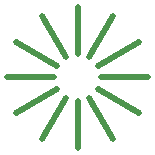
<source format=gbr>
G04 #@! TF.GenerationSoftware,KiCad,Pcbnew,5.1.6*
G04 #@! TF.CreationDate,2020-07-31T21:35:34+02:00*
G04 #@! TF.ProjectId,motor-encoder-disk,6d6f746f-722d-4656-9e63-6f6465722d64,1*
G04 #@! TF.SameCoordinates,Original*
G04 #@! TF.FileFunction,Legend,Top*
G04 #@! TF.FilePolarity,Positive*
%FSLAX46Y46*%
G04 Gerber Fmt 4.6, Leading zero omitted, Abs format (unit mm)*
G04 Created by KiCad (PCBNEW 5.1.6) date 2020-07-31 21:35:34*
%MOMM*%
%LPD*%
G01*
G04 APERTURE LIST*
%ADD10C,0.500000*%
G04 APERTURE END LIST*
D10*
X147732051Y-92000000D02*
X151196153Y-94000000D01*
X147000000Y-92732051D02*
X149000000Y-96196153D01*
X146000000Y-93000000D02*
X146000000Y-97000000D01*
X145000000Y-92732051D02*
X143000000Y-96196153D01*
X144267949Y-92000000D02*
X140803847Y-94000000D01*
X144000000Y-91000000D02*
X140000000Y-91000000D01*
X144267949Y-90000000D02*
X140803847Y-88000000D01*
X145000000Y-89267949D02*
X143000000Y-85803847D01*
X146000000Y-89000000D02*
X146000000Y-85000000D01*
X147000000Y-89267949D02*
X149000000Y-85803847D01*
X147732051Y-90000000D02*
X151196153Y-88000000D01*
X148000000Y-91000000D02*
X152000000Y-91000000D01*
%LPC*%
M02*

</source>
